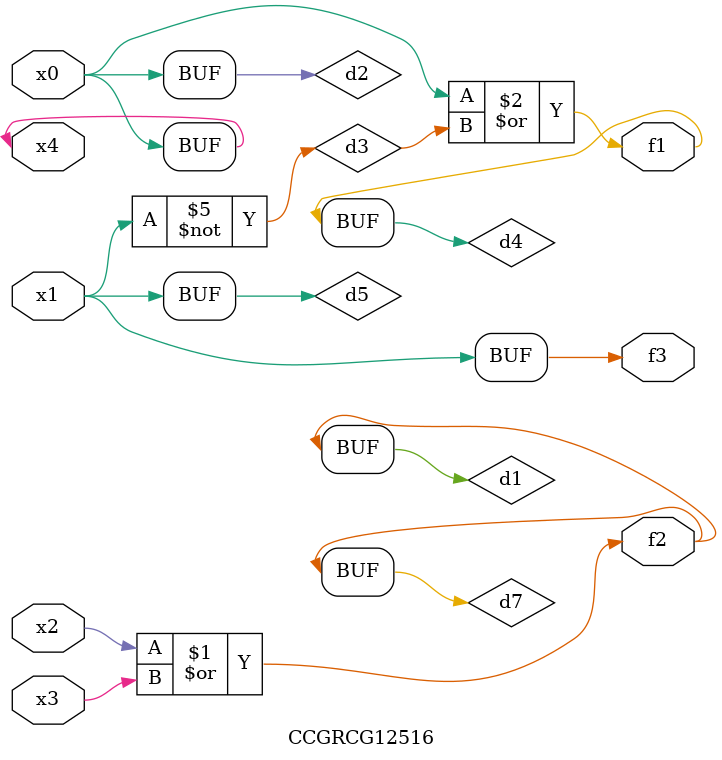
<source format=v>
module CCGRCG12516(
	input x0, x1, x2, x3, x4,
	output f1, f2, f3
);

	wire d1, d2, d3, d4, d5, d6, d7;

	or (d1, x2, x3);
	buf (d2, x0, x4);
	not (d3, x1);
	or (d4, d2, d3);
	not (d5, d3);
	nand (d6, d1, d3);
	or (d7, d1);
	assign f1 = d4;
	assign f2 = d7;
	assign f3 = d5;
endmodule

</source>
